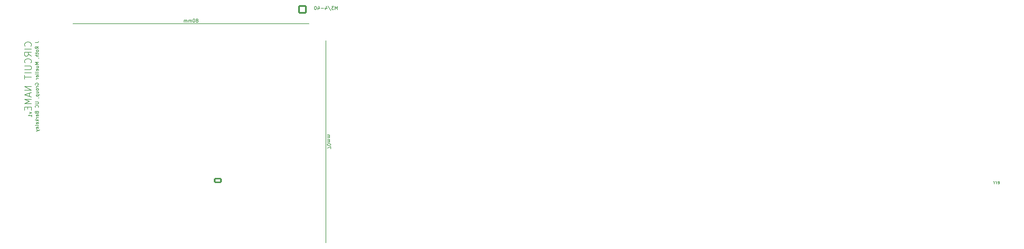
<source format=gbo>
G04 #@! TF.GenerationSoftware,KiCad,Pcbnew,9.0.0*
G04 #@! TF.CreationDate,2025-05-20T10:08:30-07:00*
G04 #@! TF.ProjectId,coil_tempeauture_interlock,636f696c-5f74-4656-9d70-656175747572,rev?*
G04 #@! TF.SameCoordinates,Original*
G04 #@! TF.FileFunction,Legend,Bot*
G04 #@! TF.FilePolarity,Positive*
%FSLAX46Y46*%
G04 Gerber Fmt 4.6, Leading zero omitted, Abs format (unit mm)*
G04 Created by KiCad (PCBNEW 9.0.0) date 2025-05-20 10:08:30*
%MOMM*%
%LPD*%
G01*
G04 APERTURE LIST*
G04 Aperture macros list*
%AMRoundRect*
0 Rectangle with rounded corners*
0 $1 Rounding radius*
0 $2 $3 $4 $5 $6 $7 $8 $9 X,Y pos of 4 corners*
0 Add a 4 corners polygon primitive as box body*
4,1,4,$2,$3,$4,$5,$6,$7,$8,$9,$2,$3,0*
0 Add four circle primitives for the rounded corners*
1,1,$1+$1,$2,$3*
1,1,$1+$1,$4,$5*
1,1,$1+$1,$6,$7*
1,1,$1+$1,$8,$9*
0 Add four rect primitives between the rounded corners*
20,1,$1+$1,$2,$3,$4,$5,0*
20,1,$1+$1,$4,$5,$6,$7,0*
20,1,$1+$1,$6,$7,$8,$9,0*
20,1,$1+$1,$8,$9,$2,$3,0*%
G04 Aperture macros list end*
%ADD10C,0.150000*%
%ADD11C,1.440000*%
%ADD12C,1.600000*%
%ADD13O,1.600000X1.600000*%
%ADD14R,2.420000X5.080000*%
%ADD15RoundRect,0.249999X-1.025001X-1.025001X1.025001X-1.025001X1.025001X1.025001X-1.025001X1.025001X0*%
%ADD16C,2.550000*%
%ADD17RoundRect,0.250000X0.265000X0.615000X-0.265000X0.615000X-0.265000X-0.615000X0.265000X-0.615000X0*%
%ADD18O,1.030000X1.730000*%
%ADD19C,3.200000*%
%ADD20RoundRect,0.250000X0.350000X0.625000X-0.350000X0.625000X-0.350000X-0.625000X0.350000X-0.625000X0*%
%ADD21O,1.200000X1.750000*%
%ADD22R,1.050000X1.500000*%
%ADD23O,1.050000X1.500000*%
%ADD24RoundRect,0.250000X-0.950000X-0.550000X0.950000X-0.550000X0.950000X0.550000X-0.950000X0.550000X0*%
%ADD25O,2.400000X1.600000*%
%ADD26RoundRect,0.249999X1.025001X1.025001X-1.025001X1.025001X-1.025001X-1.025001X1.025001X-1.025001X0*%
G04 APERTURE END LIST*
D10*
X190000000Y-70000000D02*
X190000000Y-130000000D01*
X115000000Y-65000000D02*
X185000000Y-65000000D01*
X389048571Y-112482200D02*
X389143809Y-112529819D01*
X389143809Y-112529819D02*
X389334285Y-112529819D01*
X389334285Y-112529819D02*
X389429523Y-112482200D01*
X389429523Y-112482200D02*
X389477142Y-112386961D01*
X389477142Y-112386961D02*
X389477142Y-112006009D01*
X389477142Y-112006009D02*
X389429523Y-111910771D01*
X389429523Y-111910771D02*
X389334285Y-111863152D01*
X389334285Y-111863152D02*
X389143809Y-111863152D01*
X389143809Y-111863152D02*
X389048571Y-111910771D01*
X389048571Y-111910771D02*
X389000952Y-112006009D01*
X389000952Y-112006009D02*
X389000952Y-112101247D01*
X389000952Y-112101247D02*
X389477142Y-112196485D01*
X388572380Y-112529819D02*
X388572380Y-111863152D01*
X388572380Y-112053628D02*
X388524761Y-111958390D01*
X388524761Y-111958390D02*
X388477142Y-111910771D01*
X388477142Y-111910771D02*
X388381904Y-111863152D01*
X388381904Y-111863152D02*
X388286666Y-111863152D01*
X387953332Y-112529819D02*
X387953332Y-111863152D01*
X387953332Y-112053628D02*
X387905713Y-111958390D01*
X387905713Y-111958390D02*
X387858094Y-111910771D01*
X387858094Y-111910771D02*
X387762856Y-111863152D01*
X387762856Y-111863152D02*
X387667618Y-111863152D01*
X102203152Y-91241541D02*
X102869819Y-91479636D01*
X102869819Y-91479636D02*
X102203152Y-91717731D01*
X102869819Y-92622493D02*
X102869819Y-92051065D01*
X102869819Y-92336779D02*
X101869819Y-92336779D01*
X101869819Y-92336779D02*
X102012676Y-92241541D01*
X102012676Y-92241541D02*
X102107914Y-92146303D01*
X102107914Y-92146303D02*
X102155533Y-92051065D01*
X102556961Y-71717731D02*
X102652200Y-71622493D01*
X102652200Y-71622493D02*
X102747438Y-71336779D01*
X102747438Y-71336779D02*
X102747438Y-71146303D01*
X102747438Y-71146303D02*
X102652200Y-70860588D01*
X102652200Y-70860588D02*
X102461723Y-70670112D01*
X102461723Y-70670112D02*
X102271247Y-70574874D01*
X102271247Y-70574874D02*
X101890295Y-70479636D01*
X101890295Y-70479636D02*
X101604580Y-70479636D01*
X101604580Y-70479636D02*
X101223628Y-70574874D01*
X101223628Y-70574874D02*
X101033152Y-70670112D01*
X101033152Y-70670112D02*
X100842676Y-70860588D01*
X100842676Y-70860588D02*
X100747438Y-71146303D01*
X100747438Y-71146303D02*
X100747438Y-71336779D01*
X100747438Y-71336779D02*
X100842676Y-71622493D01*
X100842676Y-71622493D02*
X100937914Y-71717731D01*
X102747438Y-72574874D02*
X100747438Y-72574874D01*
X102747438Y-74670112D02*
X101795057Y-74003445D01*
X102747438Y-73527255D02*
X100747438Y-73527255D01*
X100747438Y-73527255D02*
X100747438Y-74289160D01*
X100747438Y-74289160D02*
X100842676Y-74479636D01*
X100842676Y-74479636D02*
X100937914Y-74574874D01*
X100937914Y-74574874D02*
X101128390Y-74670112D01*
X101128390Y-74670112D02*
X101414104Y-74670112D01*
X101414104Y-74670112D02*
X101604580Y-74574874D01*
X101604580Y-74574874D02*
X101699819Y-74479636D01*
X101699819Y-74479636D02*
X101795057Y-74289160D01*
X101795057Y-74289160D02*
X101795057Y-73527255D01*
X102556961Y-76670112D02*
X102652200Y-76574874D01*
X102652200Y-76574874D02*
X102747438Y-76289160D01*
X102747438Y-76289160D02*
X102747438Y-76098684D01*
X102747438Y-76098684D02*
X102652200Y-75812969D01*
X102652200Y-75812969D02*
X102461723Y-75622493D01*
X102461723Y-75622493D02*
X102271247Y-75527255D01*
X102271247Y-75527255D02*
X101890295Y-75432017D01*
X101890295Y-75432017D02*
X101604580Y-75432017D01*
X101604580Y-75432017D02*
X101223628Y-75527255D01*
X101223628Y-75527255D02*
X101033152Y-75622493D01*
X101033152Y-75622493D02*
X100842676Y-75812969D01*
X100842676Y-75812969D02*
X100747438Y-76098684D01*
X100747438Y-76098684D02*
X100747438Y-76289160D01*
X100747438Y-76289160D02*
X100842676Y-76574874D01*
X100842676Y-76574874D02*
X100937914Y-76670112D01*
X100747438Y-77527255D02*
X102366485Y-77527255D01*
X102366485Y-77527255D02*
X102556961Y-77622493D01*
X102556961Y-77622493D02*
X102652200Y-77717731D01*
X102652200Y-77717731D02*
X102747438Y-77908207D01*
X102747438Y-77908207D02*
X102747438Y-78289160D01*
X102747438Y-78289160D02*
X102652200Y-78479636D01*
X102652200Y-78479636D02*
X102556961Y-78574874D01*
X102556961Y-78574874D02*
X102366485Y-78670112D01*
X102366485Y-78670112D02*
X100747438Y-78670112D01*
X102747438Y-79622493D02*
X100747438Y-79622493D01*
X100747438Y-80289160D02*
X100747438Y-81432017D01*
X102747438Y-80860588D02*
X100747438Y-80860588D01*
X102747438Y-83622494D02*
X100747438Y-83622494D01*
X100747438Y-83622494D02*
X102747438Y-84765351D01*
X102747438Y-84765351D02*
X100747438Y-84765351D01*
X102176009Y-85622494D02*
X102176009Y-86574875D01*
X102747438Y-85432018D02*
X100747438Y-86098684D01*
X100747438Y-86098684D02*
X102747438Y-86765351D01*
X102747438Y-87432018D02*
X100747438Y-87432018D01*
X100747438Y-87432018D02*
X102176009Y-88098685D01*
X102176009Y-88098685D02*
X100747438Y-88765351D01*
X100747438Y-88765351D02*
X102747438Y-88765351D01*
X101699819Y-89717732D02*
X101699819Y-90384399D01*
X102747438Y-90670113D02*
X102747438Y-89717732D01*
X102747438Y-89717732D02*
X100747438Y-89717732D01*
X100747438Y-89717732D02*
X100747438Y-90670113D01*
X103869819Y-70622493D02*
X104584104Y-70622493D01*
X104584104Y-70622493D02*
X104726961Y-70574874D01*
X104726961Y-70574874D02*
X104822200Y-70479636D01*
X104822200Y-70479636D02*
X104869819Y-70336779D01*
X104869819Y-70336779D02*
X104869819Y-70241541D01*
X104869819Y-72432017D02*
X104393628Y-72098684D01*
X104869819Y-71860589D02*
X103869819Y-71860589D01*
X103869819Y-71860589D02*
X103869819Y-72241541D01*
X103869819Y-72241541D02*
X103917438Y-72336779D01*
X103917438Y-72336779D02*
X103965057Y-72384398D01*
X103965057Y-72384398D02*
X104060295Y-72432017D01*
X104060295Y-72432017D02*
X104203152Y-72432017D01*
X104203152Y-72432017D02*
X104298390Y-72384398D01*
X104298390Y-72384398D02*
X104346009Y-72336779D01*
X104346009Y-72336779D02*
X104393628Y-72241541D01*
X104393628Y-72241541D02*
X104393628Y-71860589D01*
X104869819Y-73003446D02*
X104822200Y-72908208D01*
X104822200Y-72908208D02*
X104774580Y-72860589D01*
X104774580Y-72860589D02*
X104679342Y-72812970D01*
X104679342Y-72812970D02*
X104393628Y-72812970D01*
X104393628Y-72812970D02*
X104298390Y-72860589D01*
X104298390Y-72860589D02*
X104250771Y-72908208D01*
X104250771Y-72908208D02*
X104203152Y-73003446D01*
X104203152Y-73003446D02*
X104203152Y-73146303D01*
X104203152Y-73146303D02*
X104250771Y-73241541D01*
X104250771Y-73241541D02*
X104298390Y-73289160D01*
X104298390Y-73289160D02*
X104393628Y-73336779D01*
X104393628Y-73336779D02*
X104679342Y-73336779D01*
X104679342Y-73336779D02*
X104774580Y-73289160D01*
X104774580Y-73289160D02*
X104822200Y-73241541D01*
X104822200Y-73241541D02*
X104869819Y-73146303D01*
X104869819Y-73146303D02*
X104869819Y-73003446D01*
X104203152Y-73622494D02*
X104203152Y-74003446D01*
X103869819Y-73765351D02*
X104726961Y-73765351D01*
X104726961Y-73765351D02*
X104822200Y-73812970D01*
X104822200Y-73812970D02*
X104869819Y-73908208D01*
X104869819Y-73908208D02*
X104869819Y-74003446D01*
X104869819Y-74336780D02*
X103869819Y-74336780D01*
X104869819Y-74765351D02*
X104346009Y-74765351D01*
X104346009Y-74765351D02*
X104250771Y-74717732D01*
X104250771Y-74717732D02*
X104203152Y-74622494D01*
X104203152Y-74622494D02*
X104203152Y-74479637D01*
X104203152Y-74479637D02*
X104250771Y-74384399D01*
X104250771Y-74384399D02*
X104298390Y-74336780D01*
X104822200Y-75289161D02*
X104869819Y-75289161D01*
X104869819Y-75289161D02*
X104965057Y-75241542D01*
X104965057Y-75241542D02*
X105012676Y-75193923D01*
X104869819Y-76479637D02*
X103869819Y-76479637D01*
X103869819Y-76479637D02*
X104584104Y-76812970D01*
X104584104Y-76812970D02*
X103869819Y-77146303D01*
X103869819Y-77146303D02*
X104869819Y-77146303D01*
X104203152Y-78051065D02*
X104869819Y-78051065D01*
X104203152Y-77622494D02*
X104726961Y-77622494D01*
X104726961Y-77622494D02*
X104822200Y-77670113D01*
X104822200Y-77670113D02*
X104869819Y-77765351D01*
X104869819Y-77765351D02*
X104869819Y-77908208D01*
X104869819Y-77908208D02*
X104822200Y-78003446D01*
X104822200Y-78003446D02*
X104774580Y-78051065D01*
X104822200Y-78908208D02*
X104869819Y-78812970D01*
X104869819Y-78812970D02*
X104869819Y-78622494D01*
X104869819Y-78622494D02*
X104822200Y-78527256D01*
X104822200Y-78527256D02*
X104726961Y-78479637D01*
X104726961Y-78479637D02*
X104346009Y-78479637D01*
X104346009Y-78479637D02*
X104250771Y-78527256D01*
X104250771Y-78527256D02*
X104203152Y-78622494D01*
X104203152Y-78622494D02*
X104203152Y-78812970D01*
X104203152Y-78812970D02*
X104250771Y-78908208D01*
X104250771Y-78908208D02*
X104346009Y-78955827D01*
X104346009Y-78955827D02*
X104441247Y-78955827D01*
X104441247Y-78955827D02*
X104536485Y-78479637D01*
X104869819Y-79527256D02*
X104822200Y-79432018D01*
X104822200Y-79432018D02*
X104726961Y-79384399D01*
X104726961Y-79384399D02*
X103869819Y-79384399D01*
X104869819Y-80051066D02*
X104822200Y-79955828D01*
X104822200Y-79955828D02*
X104726961Y-79908209D01*
X104726961Y-79908209D02*
X103869819Y-79908209D01*
X104822200Y-80812971D02*
X104869819Y-80717733D01*
X104869819Y-80717733D02*
X104869819Y-80527257D01*
X104869819Y-80527257D02*
X104822200Y-80432019D01*
X104822200Y-80432019D02*
X104726961Y-80384400D01*
X104726961Y-80384400D02*
X104346009Y-80384400D01*
X104346009Y-80384400D02*
X104250771Y-80432019D01*
X104250771Y-80432019D02*
X104203152Y-80527257D01*
X104203152Y-80527257D02*
X104203152Y-80717733D01*
X104203152Y-80717733D02*
X104250771Y-80812971D01*
X104250771Y-80812971D02*
X104346009Y-80860590D01*
X104346009Y-80860590D02*
X104441247Y-80860590D01*
X104441247Y-80860590D02*
X104536485Y-80384400D01*
X104869819Y-81289162D02*
X104203152Y-81289162D01*
X104393628Y-81289162D02*
X104298390Y-81336781D01*
X104298390Y-81336781D02*
X104250771Y-81384400D01*
X104250771Y-81384400D02*
X104203152Y-81479638D01*
X104203152Y-81479638D02*
X104203152Y-81574876D01*
X103917438Y-83193924D02*
X103869819Y-83098686D01*
X103869819Y-83098686D02*
X103869819Y-82955829D01*
X103869819Y-82955829D02*
X103917438Y-82812972D01*
X103917438Y-82812972D02*
X104012676Y-82717734D01*
X104012676Y-82717734D02*
X104107914Y-82670115D01*
X104107914Y-82670115D02*
X104298390Y-82622496D01*
X104298390Y-82622496D02*
X104441247Y-82622496D01*
X104441247Y-82622496D02*
X104631723Y-82670115D01*
X104631723Y-82670115D02*
X104726961Y-82717734D01*
X104726961Y-82717734D02*
X104822200Y-82812972D01*
X104822200Y-82812972D02*
X104869819Y-82955829D01*
X104869819Y-82955829D02*
X104869819Y-83051067D01*
X104869819Y-83051067D02*
X104822200Y-83193924D01*
X104822200Y-83193924D02*
X104774580Y-83241543D01*
X104774580Y-83241543D02*
X104441247Y-83241543D01*
X104441247Y-83241543D02*
X104441247Y-83051067D01*
X104869819Y-83670115D02*
X104203152Y-83670115D01*
X104393628Y-83670115D02*
X104298390Y-83717734D01*
X104298390Y-83717734D02*
X104250771Y-83765353D01*
X104250771Y-83765353D02*
X104203152Y-83860591D01*
X104203152Y-83860591D02*
X104203152Y-83955829D01*
X104869819Y-84432020D02*
X104822200Y-84336782D01*
X104822200Y-84336782D02*
X104774580Y-84289163D01*
X104774580Y-84289163D02*
X104679342Y-84241544D01*
X104679342Y-84241544D02*
X104393628Y-84241544D01*
X104393628Y-84241544D02*
X104298390Y-84289163D01*
X104298390Y-84289163D02*
X104250771Y-84336782D01*
X104250771Y-84336782D02*
X104203152Y-84432020D01*
X104203152Y-84432020D02*
X104203152Y-84574877D01*
X104203152Y-84574877D02*
X104250771Y-84670115D01*
X104250771Y-84670115D02*
X104298390Y-84717734D01*
X104298390Y-84717734D02*
X104393628Y-84765353D01*
X104393628Y-84765353D02*
X104679342Y-84765353D01*
X104679342Y-84765353D02*
X104774580Y-84717734D01*
X104774580Y-84717734D02*
X104822200Y-84670115D01*
X104822200Y-84670115D02*
X104869819Y-84574877D01*
X104869819Y-84574877D02*
X104869819Y-84432020D01*
X104203152Y-85622496D02*
X104869819Y-85622496D01*
X104203152Y-85193925D02*
X104726961Y-85193925D01*
X104726961Y-85193925D02*
X104822200Y-85241544D01*
X104822200Y-85241544D02*
X104869819Y-85336782D01*
X104869819Y-85336782D02*
X104869819Y-85479639D01*
X104869819Y-85479639D02*
X104822200Y-85574877D01*
X104822200Y-85574877D02*
X104774580Y-85622496D01*
X104203152Y-86098687D02*
X105203152Y-86098687D01*
X104250771Y-86098687D02*
X104203152Y-86193925D01*
X104203152Y-86193925D02*
X104203152Y-86384401D01*
X104203152Y-86384401D02*
X104250771Y-86479639D01*
X104250771Y-86479639D02*
X104298390Y-86527258D01*
X104298390Y-86527258D02*
X104393628Y-86574877D01*
X104393628Y-86574877D02*
X104679342Y-86574877D01*
X104679342Y-86574877D02*
X104774580Y-86527258D01*
X104774580Y-86527258D02*
X104822200Y-86479639D01*
X104822200Y-86479639D02*
X104869819Y-86384401D01*
X104869819Y-86384401D02*
X104869819Y-86193925D01*
X104869819Y-86193925D02*
X104822200Y-86098687D01*
X104822200Y-87051068D02*
X104869819Y-87051068D01*
X104869819Y-87051068D02*
X104965057Y-87003449D01*
X104965057Y-87003449D02*
X105012676Y-86955830D01*
X103869819Y-88241544D02*
X104679342Y-88241544D01*
X104679342Y-88241544D02*
X104774580Y-88289163D01*
X104774580Y-88289163D02*
X104822200Y-88336782D01*
X104822200Y-88336782D02*
X104869819Y-88432020D01*
X104869819Y-88432020D02*
X104869819Y-88622496D01*
X104869819Y-88622496D02*
X104822200Y-88717734D01*
X104822200Y-88717734D02*
X104774580Y-88765353D01*
X104774580Y-88765353D02*
X104679342Y-88812972D01*
X104679342Y-88812972D02*
X103869819Y-88812972D01*
X104774580Y-89860591D02*
X104822200Y-89812972D01*
X104822200Y-89812972D02*
X104869819Y-89670115D01*
X104869819Y-89670115D02*
X104869819Y-89574877D01*
X104869819Y-89574877D02*
X104822200Y-89432020D01*
X104822200Y-89432020D02*
X104726961Y-89336782D01*
X104726961Y-89336782D02*
X104631723Y-89289163D01*
X104631723Y-89289163D02*
X104441247Y-89241544D01*
X104441247Y-89241544D02*
X104298390Y-89241544D01*
X104298390Y-89241544D02*
X104107914Y-89289163D01*
X104107914Y-89289163D02*
X104012676Y-89336782D01*
X104012676Y-89336782D02*
X103917438Y-89432020D01*
X103917438Y-89432020D02*
X103869819Y-89574877D01*
X103869819Y-89574877D02*
X103869819Y-89670115D01*
X103869819Y-89670115D02*
X103917438Y-89812972D01*
X103917438Y-89812972D02*
X103965057Y-89860591D01*
X104346009Y-91384401D02*
X104393628Y-91527258D01*
X104393628Y-91527258D02*
X104441247Y-91574877D01*
X104441247Y-91574877D02*
X104536485Y-91622496D01*
X104536485Y-91622496D02*
X104679342Y-91622496D01*
X104679342Y-91622496D02*
X104774580Y-91574877D01*
X104774580Y-91574877D02*
X104822200Y-91527258D01*
X104822200Y-91527258D02*
X104869819Y-91432020D01*
X104869819Y-91432020D02*
X104869819Y-91051068D01*
X104869819Y-91051068D02*
X103869819Y-91051068D01*
X103869819Y-91051068D02*
X103869819Y-91384401D01*
X103869819Y-91384401D02*
X103917438Y-91479639D01*
X103917438Y-91479639D02*
X103965057Y-91527258D01*
X103965057Y-91527258D02*
X104060295Y-91574877D01*
X104060295Y-91574877D02*
X104155533Y-91574877D01*
X104155533Y-91574877D02*
X104250771Y-91527258D01*
X104250771Y-91527258D02*
X104298390Y-91479639D01*
X104298390Y-91479639D02*
X104346009Y-91384401D01*
X104346009Y-91384401D02*
X104346009Y-91051068D01*
X104822200Y-92432020D02*
X104869819Y-92336782D01*
X104869819Y-92336782D02*
X104869819Y-92146306D01*
X104869819Y-92146306D02*
X104822200Y-92051068D01*
X104822200Y-92051068D02*
X104726961Y-92003449D01*
X104726961Y-92003449D02*
X104346009Y-92003449D01*
X104346009Y-92003449D02*
X104250771Y-92051068D01*
X104250771Y-92051068D02*
X104203152Y-92146306D01*
X104203152Y-92146306D02*
X104203152Y-92336782D01*
X104203152Y-92336782D02*
X104250771Y-92432020D01*
X104250771Y-92432020D02*
X104346009Y-92479639D01*
X104346009Y-92479639D02*
X104441247Y-92479639D01*
X104441247Y-92479639D02*
X104536485Y-92003449D01*
X104869819Y-92908211D02*
X104203152Y-92908211D01*
X104393628Y-92908211D02*
X104298390Y-92955830D01*
X104298390Y-92955830D02*
X104250771Y-93003449D01*
X104250771Y-93003449D02*
X104203152Y-93098687D01*
X104203152Y-93098687D02*
X104203152Y-93193925D01*
X104869819Y-93527259D02*
X103869819Y-93527259D01*
X104488866Y-93622497D02*
X104869819Y-93908211D01*
X104203152Y-93908211D02*
X104584104Y-93527259D01*
X104822200Y-94717735D02*
X104869819Y-94622497D01*
X104869819Y-94622497D02*
X104869819Y-94432021D01*
X104869819Y-94432021D02*
X104822200Y-94336783D01*
X104822200Y-94336783D02*
X104726961Y-94289164D01*
X104726961Y-94289164D02*
X104346009Y-94289164D01*
X104346009Y-94289164D02*
X104250771Y-94336783D01*
X104250771Y-94336783D02*
X104203152Y-94432021D01*
X104203152Y-94432021D02*
X104203152Y-94622497D01*
X104203152Y-94622497D02*
X104250771Y-94717735D01*
X104250771Y-94717735D02*
X104346009Y-94765354D01*
X104346009Y-94765354D02*
X104441247Y-94765354D01*
X104441247Y-94765354D02*
X104536485Y-94289164D01*
X104869819Y-95336783D02*
X104822200Y-95241545D01*
X104822200Y-95241545D02*
X104726961Y-95193926D01*
X104726961Y-95193926D02*
X103869819Y-95193926D01*
X104822200Y-96098688D02*
X104869819Y-96003450D01*
X104869819Y-96003450D02*
X104869819Y-95812974D01*
X104869819Y-95812974D02*
X104822200Y-95717736D01*
X104822200Y-95717736D02*
X104726961Y-95670117D01*
X104726961Y-95670117D02*
X104346009Y-95670117D01*
X104346009Y-95670117D02*
X104250771Y-95717736D01*
X104250771Y-95717736D02*
X104203152Y-95812974D01*
X104203152Y-95812974D02*
X104203152Y-96003450D01*
X104203152Y-96003450D02*
X104250771Y-96098688D01*
X104250771Y-96098688D02*
X104346009Y-96146307D01*
X104346009Y-96146307D02*
X104441247Y-96146307D01*
X104441247Y-96146307D02*
X104536485Y-95670117D01*
X104203152Y-96479641D02*
X104869819Y-96717736D01*
X104203152Y-96955831D02*
X104869819Y-96717736D01*
X104869819Y-96717736D02*
X105107914Y-96622498D01*
X105107914Y-96622498D02*
X105155533Y-96574879D01*
X105155533Y-96574879D02*
X105203152Y-96479641D01*
X193380951Y-60869819D02*
X193380951Y-59869819D01*
X193380951Y-59869819D02*
X193047618Y-60584104D01*
X193047618Y-60584104D02*
X192714285Y-59869819D01*
X192714285Y-59869819D02*
X192714285Y-60869819D01*
X192333332Y-59869819D02*
X191714285Y-59869819D01*
X191714285Y-59869819D02*
X192047618Y-60250771D01*
X192047618Y-60250771D02*
X191904761Y-60250771D01*
X191904761Y-60250771D02*
X191809523Y-60298390D01*
X191809523Y-60298390D02*
X191761904Y-60346009D01*
X191761904Y-60346009D02*
X191714285Y-60441247D01*
X191714285Y-60441247D02*
X191714285Y-60679342D01*
X191714285Y-60679342D02*
X191761904Y-60774580D01*
X191761904Y-60774580D02*
X191809523Y-60822200D01*
X191809523Y-60822200D02*
X191904761Y-60869819D01*
X191904761Y-60869819D02*
X192190475Y-60869819D01*
X192190475Y-60869819D02*
X192285713Y-60822200D01*
X192285713Y-60822200D02*
X192333332Y-60774580D01*
X190571428Y-59822200D02*
X191428570Y-61107914D01*
X189809523Y-60203152D02*
X189809523Y-60869819D01*
X190047618Y-59822200D02*
X190285713Y-60536485D01*
X190285713Y-60536485D02*
X189666666Y-60536485D01*
X189285713Y-60488866D02*
X188523809Y-60488866D01*
X187619047Y-60203152D02*
X187619047Y-60869819D01*
X187857142Y-59822200D02*
X188095237Y-60536485D01*
X188095237Y-60536485D02*
X187476190Y-60536485D01*
X186904761Y-59869819D02*
X186809523Y-59869819D01*
X186809523Y-59869819D02*
X186714285Y-59917438D01*
X186714285Y-59917438D02*
X186666666Y-59965057D01*
X186666666Y-59965057D02*
X186619047Y-60060295D01*
X186619047Y-60060295D02*
X186571428Y-60250771D01*
X186571428Y-60250771D02*
X186571428Y-60488866D01*
X186571428Y-60488866D02*
X186619047Y-60679342D01*
X186619047Y-60679342D02*
X186666666Y-60774580D01*
X186666666Y-60774580D02*
X186714285Y-60822200D01*
X186714285Y-60822200D02*
X186809523Y-60869819D01*
X186809523Y-60869819D02*
X186904761Y-60869819D01*
X186904761Y-60869819D02*
X186999999Y-60822200D01*
X186999999Y-60822200D02*
X187047618Y-60774580D01*
X187047618Y-60774580D02*
X187095237Y-60679342D01*
X187095237Y-60679342D02*
X187142856Y-60488866D01*
X187142856Y-60488866D02*
X187142856Y-60250771D01*
X187142856Y-60250771D02*
X187095237Y-60060295D01*
X187095237Y-60060295D02*
X187047618Y-59965057D01*
X187047618Y-59965057D02*
X186999999Y-59917438D01*
X186999999Y-59917438D02*
X186904761Y-59869819D01*
X191380180Y-102142856D02*
X191380180Y-101476190D01*
X191380180Y-101476190D02*
X190380180Y-101904761D01*
X191380180Y-100904761D02*
X191380180Y-100809523D01*
X191380180Y-100809523D02*
X191332561Y-100714285D01*
X191332561Y-100714285D02*
X191284942Y-100666666D01*
X191284942Y-100666666D02*
X191189704Y-100619047D01*
X191189704Y-100619047D02*
X190999228Y-100571428D01*
X190999228Y-100571428D02*
X190761133Y-100571428D01*
X190761133Y-100571428D02*
X190570657Y-100619047D01*
X190570657Y-100619047D02*
X190475419Y-100666666D01*
X190475419Y-100666666D02*
X190427800Y-100714285D01*
X190427800Y-100714285D02*
X190380180Y-100809523D01*
X190380180Y-100809523D02*
X190380180Y-100904761D01*
X190380180Y-100904761D02*
X190427800Y-100999999D01*
X190427800Y-100999999D02*
X190475419Y-101047618D01*
X190475419Y-101047618D02*
X190570657Y-101095237D01*
X190570657Y-101095237D02*
X190761133Y-101142856D01*
X190761133Y-101142856D02*
X190999228Y-101142856D01*
X190999228Y-101142856D02*
X191189704Y-101095237D01*
X191189704Y-101095237D02*
X191284942Y-101047618D01*
X191284942Y-101047618D02*
X191332561Y-100999999D01*
X191332561Y-100999999D02*
X191380180Y-100904761D01*
X190380180Y-100142856D02*
X191046847Y-100142856D01*
X190951609Y-100142856D02*
X190999228Y-100095237D01*
X190999228Y-100095237D02*
X191046847Y-99999999D01*
X191046847Y-99999999D02*
X191046847Y-99857142D01*
X191046847Y-99857142D02*
X190999228Y-99761904D01*
X190999228Y-99761904D02*
X190903990Y-99714285D01*
X190903990Y-99714285D02*
X190380180Y-99714285D01*
X190903990Y-99714285D02*
X190999228Y-99666666D01*
X190999228Y-99666666D02*
X191046847Y-99571428D01*
X191046847Y-99571428D02*
X191046847Y-99428571D01*
X191046847Y-99428571D02*
X190999228Y-99333332D01*
X190999228Y-99333332D02*
X190903990Y-99285713D01*
X190903990Y-99285713D02*
X190380180Y-99285713D01*
X190380180Y-98809523D02*
X191046847Y-98809523D01*
X190951609Y-98809523D02*
X190999228Y-98761904D01*
X190999228Y-98761904D02*
X191046847Y-98666666D01*
X191046847Y-98666666D02*
X191046847Y-98523809D01*
X191046847Y-98523809D02*
X190999228Y-98428571D01*
X190999228Y-98428571D02*
X190903990Y-98380952D01*
X190903990Y-98380952D02*
X190380180Y-98380952D01*
X190903990Y-98380952D02*
X190999228Y-98333333D01*
X190999228Y-98333333D02*
X191046847Y-98238095D01*
X191046847Y-98238095D02*
X191046847Y-98095238D01*
X191046847Y-98095238D02*
X190999228Y-97999999D01*
X190999228Y-97999999D02*
X190903990Y-97952380D01*
X190903990Y-97952380D02*
X190380180Y-97952380D01*
X151904761Y-64048390D02*
X151999999Y-64000771D01*
X151999999Y-64000771D02*
X152047618Y-63953152D01*
X152047618Y-63953152D02*
X152095237Y-63857914D01*
X152095237Y-63857914D02*
X152095237Y-63810295D01*
X152095237Y-63810295D02*
X152047618Y-63715057D01*
X152047618Y-63715057D02*
X151999999Y-63667438D01*
X151999999Y-63667438D02*
X151904761Y-63619819D01*
X151904761Y-63619819D02*
X151714285Y-63619819D01*
X151714285Y-63619819D02*
X151619047Y-63667438D01*
X151619047Y-63667438D02*
X151571428Y-63715057D01*
X151571428Y-63715057D02*
X151523809Y-63810295D01*
X151523809Y-63810295D02*
X151523809Y-63857914D01*
X151523809Y-63857914D02*
X151571428Y-63953152D01*
X151571428Y-63953152D02*
X151619047Y-64000771D01*
X151619047Y-64000771D02*
X151714285Y-64048390D01*
X151714285Y-64048390D02*
X151904761Y-64048390D01*
X151904761Y-64048390D02*
X151999999Y-64096009D01*
X151999999Y-64096009D02*
X152047618Y-64143628D01*
X152047618Y-64143628D02*
X152095237Y-64238866D01*
X152095237Y-64238866D02*
X152095237Y-64429342D01*
X152095237Y-64429342D02*
X152047618Y-64524580D01*
X152047618Y-64524580D02*
X151999999Y-64572200D01*
X151999999Y-64572200D02*
X151904761Y-64619819D01*
X151904761Y-64619819D02*
X151714285Y-64619819D01*
X151714285Y-64619819D02*
X151619047Y-64572200D01*
X151619047Y-64572200D02*
X151571428Y-64524580D01*
X151571428Y-64524580D02*
X151523809Y-64429342D01*
X151523809Y-64429342D02*
X151523809Y-64238866D01*
X151523809Y-64238866D02*
X151571428Y-64143628D01*
X151571428Y-64143628D02*
X151619047Y-64096009D01*
X151619047Y-64096009D02*
X151714285Y-64048390D01*
X150904761Y-63619819D02*
X150809523Y-63619819D01*
X150809523Y-63619819D02*
X150714285Y-63667438D01*
X150714285Y-63667438D02*
X150666666Y-63715057D01*
X150666666Y-63715057D02*
X150619047Y-63810295D01*
X150619047Y-63810295D02*
X150571428Y-64000771D01*
X150571428Y-64000771D02*
X150571428Y-64238866D01*
X150571428Y-64238866D02*
X150619047Y-64429342D01*
X150619047Y-64429342D02*
X150666666Y-64524580D01*
X150666666Y-64524580D02*
X150714285Y-64572200D01*
X150714285Y-64572200D02*
X150809523Y-64619819D01*
X150809523Y-64619819D02*
X150904761Y-64619819D01*
X150904761Y-64619819D02*
X150999999Y-64572200D01*
X150999999Y-64572200D02*
X151047618Y-64524580D01*
X151047618Y-64524580D02*
X151095237Y-64429342D01*
X151095237Y-64429342D02*
X151142856Y-64238866D01*
X151142856Y-64238866D02*
X151142856Y-64000771D01*
X151142856Y-64000771D02*
X151095237Y-63810295D01*
X151095237Y-63810295D02*
X151047618Y-63715057D01*
X151047618Y-63715057D02*
X150999999Y-63667438D01*
X150999999Y-63667438D02*
X150904761Y-63619819D01*
X150142856Y-64619819D02*
X150142856Y-63953152D01*
X150142856Y-64048390D02*
X150095237Y-64000771D01*
X150095237Y-64000771D02*
X149999999Y-63953152D01*
X149999999Y-63953152D02*
X149857142Y-63953152D01*
X149857142Y-63953152D02*
X149761904Y-64000771D01*
X149761904Y-64000771D02*
X149714285Y-64096009D01*
X149714285Y-64096009D02*
X149714285Y-64619819D01*
X149714285Y-64096009D02*
X149666666Y-64000771D01*
X149666666Y-64000771D02*
X149571428Y-63953152D01*
X149571428Y-63953152D02*
X149428571Y-63953152D01*
X149428571Y-63953152D02*
X149333332Y-64000771D01*
X149333332Y-64000771D02*
X149285713Y-64096009D01*
X149285713Y-64096009D02*
X149285713Y-64619819D01*
X148809523Y-64619819D02*
X148809523Y-63953152D01*
X148809523Y-64048390D02*
X148761904Y-64000771D01*
X148761904Y-64000771D02*
X148666666Y-63953152D01*
X148666666Y-63953152D02*
X148523809Y-63953152D01*
X148523809Y-63953152D02*
X148428571Y-64000771D01*
X148428571Y-64000771D02*
X148380952Y-64096009D01*
X148380952Y-64096009D02*
X148380952Y-64619819D01*
X148380952Y-64096009D02*
X148333333Y-64000771D01*
X148333333Y-64000771D02*
X148238095Y-63953152D01*
X148238095Y-63953152D02*
X148095238Y-63953152D01*
X148095238Y-63953152D02*
X147999999Y-64000771D01*
X147999999Y-64000771D02*
X147952380Y-64096009D01*
X147952380Y-64096009D02*
X147952380Y-64619819D01*
%LPC*%
D11*
X156080000Y-88500000D03*
X153540000Y-88500000D03*
X151000000Y-88500000D03*
D12*
X136420000Y-88500000D03*
D13*
X146580000Y-88500000D03*
D14*
X185620000Y-146930000D03*
X194380000Y-146930000D03*
D15*
X146900000Y-55000000D03*
D16*
X151700000Y-55000000D03*
X156500000Y-55000000D03*
X161300000Y-55000000D03*
X166100000Y-55000000D03*
D17*
X141000000Y-55500000D03*
D18*
X139500000Y-55500000D03*
X138000000Y-55500000D03*
X136500000Y-55500000D03*
X135000000Y-55500000D03*
X133500000Y-55500000D03*
X132000000Y-55500000D03*
X130500000Y-55500000D03*
X129000000Y-55500000D03*
X127500000Y-55500000D03*
D12*
X171000000Y-115390000D03*
X176000000Y-115390000D03*
D19*
X190000000Y-135000000D03*
X110000000Y-65000000D03*
D14*
X137620000Y-146930000D03*
X146380000Y-146930000D03*
D20*
X178500000Y-56450000D03*
D21*
X176500000Y-56450000D03*
X174500000Y-56450000D03*
X172500000Y-56450000D03*
D12*
X125000000Y-119080000D03*
X125000000Y-114080000D03*
D19*
X190000000Y-65000000D03*
D22*
X118730000Y-126500000D03*
D23*
X120000000Y-126500000D03*
X121270000Y-126500000D03*
D19*
X110000000Y-135000000D03*
D12*
X115000000Y-108920000D03*
D13*
X115000000Y-119080000D03*
D12*
X131000000Y-109000000D03*
D13*
X131000000Y-119160000D03*
D12*
X120000000Y-119080000D03*
D13*
X120000000Y-108920000D03*
D19*
X180000000Y-143600000D03*
D12*
X141500000Y-119000000D03*
X141500000Y-114000000D03*
D14*
X121620000Y-146930000D03*
X130380000Y-146930000D03*
D24*
X158000000Y-111500000D03*
D25*
X158000000Y-114040000D03*
X158000000Y-116580000D03*
X158000000Y-119120000D03*
X165620000Y-119120000D03*
X165620000Y-116580000D03*
X165620000Y-114040000D03*
X165620000Y-111500000D03*
D17*
X121000000Y-55500000D03*
D18*
X119500000Y-55500000D03*
X118000000Y-55500000D03*
X116500000Y-55500000D03*
X115000000Y-55500000D03*
X113500000Y-55500000D03*
X112000000Y-55500000D03*
X110500000Y-55500000D03*
X109000000Y-55500000D03*
X107500000Y-55500000D03*
D26*
X183000000Y-60800000D03*
D16*
X178200000Y-60800000D03*
X173400000Y-60800000D03*
D14*
X153620000Y-146930000D03*
X162380000Y-146930000D03*
D19*
X120000000Y-143600000D03*
D20*
X193500000Y-56450000D03*
D21*
X191500000Y-56450000D03*
X189500000Y-56450000D03*
X187500000Y-56450000D03*
D14*
X169620000Y-146930000D03*
X178380000Y-146930000D03*
D12*
X136500000Y-119080000D03*
D13*
X136500000Y-108920000D03*
D12*
X171660000Y-88500000D03*
D13*
X161500000Y-88500000D03*
D12*
X171000000Y-111500000D03*
X176000000Y-111500000D03*
D22*
X129730000Y-126500000D03*
D23*
X131000000Y-126500000D03*
X132270000Y-126500000D03*
D14*
X105620000Y-146930000D03*
X114380000Y-146930000D03*
%LPD*%
M02*

</source>
